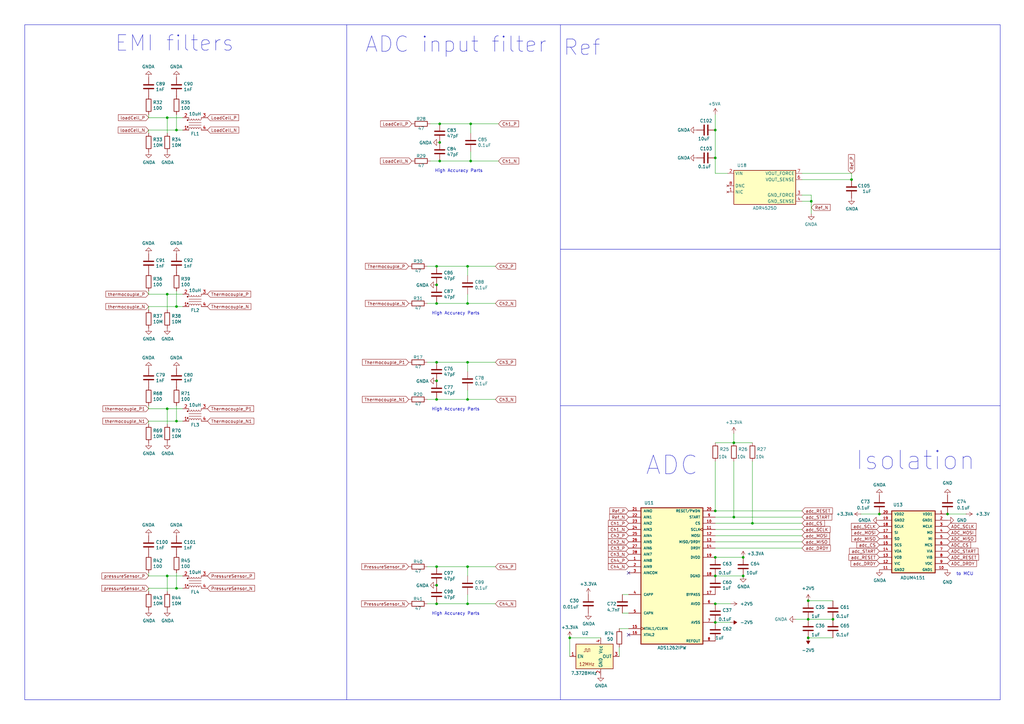
<source format=kicad_sch>
(kicad_sch (version 20250114) (generator "eeschema") (generator_version "9.0")
  (paper "A3")
  (title_block (title "Analog Parts") (date "2024-09-20") (rev "2.0"))
  (text "Ref" (at 230.886 23.368 0) (effects (font (size 6.35 6.35)) (justify left bottom)))
  (text "EMI filters" (at 46.99 21.59 0) (effects (font (size 6.35 6.35)) (justify left bottom)))
  (text "High Accuracy Parts" (at 177.038 129.286 0) (effects (font (size 1.27 1.27)) (justify left bottom)))
  (text "High Accuracy Parts" (at 178.308 70.866 0) (effects (font (size 1.27 1.27)) (justify left bottom)))
  (text "High Accuracy Parts" (at 177.038 168.656 0) (effects (font (size 1.27 1.27)) (justify left bottom)))
  (text "ADC" (at 275.59 191.008 0) (effects (font (size 7.62 7.62))))
  (text "Isolation" (at 375.412 188.976 0) (effects (font (size 7.62 7.62))))
  (text "ADC input filter" (at 149.606 22.098 0) (effects (font (size 6.35 6.35)) (justify left bottom)))
  (text "to MCU" (at 395.732 235.458 0) (effects (font (size 1.27 1.27))))
  (text "High Accuracy Parts" (at 177.038 252.476 0) (effects (font (size 1.27 1.27)) (justify left bottom)))
  (junction (at 300.99 181.61))
  (junction (at 331.47 261.62))
  (junction (at 191.77 124.46))
  (junction (at 68.58 48.26))
  (junction (at 179.07 116.84))
  (junction (at 331.47 254))
  (junction (at 191.77 247.65))
  (junction (at 332.74 82.55))
  (junction (at 68.58 236.22))
  (junction (at 72.39 172.72))
  (junction (at 304.8 228.6))
  (junction (at 191.77 232.41))
  (junction (at 293.37 53.34))
  (junction (at 191.77 163.83))
  (junction (at 179.07 240.03))
  (junction (at 293.37 64.77))
  (junction (at 179.07 232.41))
  (junction (at 72.39 125.73))
  (junction (at 180.34 66.04))
  (junction (at 179.07 148.59))
  (junction (at 68.58 167.64))
  (junction (at 293.37 228.6))
  (junction (at 191.77 109.22))
  (junction (at 308.61 214.63))
  (junction (at 233.68 261.62))
  (junction (at 293.37 255.27))
  (junction (at 193.04 66.04))
  (junction (at 293.37 247.65))
  (junction (at 72.39 53.34))
  (junction (at 180.34 58.42))
  (junction (at 179.07 156.21))
  (junction (at 179.07 163.83))
  (junction (at 72.39 241.3))
  (junction (at 388.62 210.82))
  (junction (at 349.25 73.66))
  (junction (at 179.07 247.65))
  (junction (at 331.47 246.38))
  (junction (at 360.68 210.82))
  (junction (at 191.77 148.59))
  (junction (at 179.07 109.22))
  (junction (at 304.8 236.22))
  (junction (at 341.63 254))
  (junction (at 179.07 124.46))
  (junction (at 293.37 236.22))
  (junction (at 193.04 50.8))
  (junction (at 68.58 120.65))
  (junction (at 293.37 209.55))
  (junction (at 180.34 50.8))
  (junction (at 300.99 212.09))
  (no_connect (at 257.81 260.35))
  (no_connect (at 257.81 234.95))
  (wire (pts (xy 60.96 46.99) (xy 60.96 48.26)))
  (wire (pts (xy 193.04 66.04) (xy 204.47 66.04)))
  (wire (pts (xy 176.53 50.8) (xy 180.34 50.8)))
  (wire (pts (xy 60.96 125.73) (xy 72.39 125.73)))
  (wire (pts (xy 349.25 73.66) (xy 349.25 71.12)))
  (wire (pts (xy 331.47 261.62) (xy 341.63 261.62)))
  (wire (pts (xy 72.39 166.37) (xy 72.39 172.72)))
  (wire (pts (xy 293.37 53.34) (xy 293.37 64.77)))
  (wire (pts (xy 180.34 66.04) (xy 193.04 66.04)))
  (wire (pts (xy 300.99 189.23) (xy 300.99 212.09)))
  (wire (pts (xy 179.07 124.46) (xy 191.77 124.46)))
  (wire (pts (xy 60.96 166.37) (xy 60.96 167.64)))
  (wire (pts (xy 299.72 247.65) (xy 293.37 247.65)))
  (wire (pts (xy 293.37 219.71) (xy 328.93 219.71)))
  (wire (pts (xy 60.96 234.95) (xy 60.96 236.22)))
  (wire (pts (xy 332.74 80.01) (xy 332.74 82.55)))
  (wire (pts (xy 175.26 109.22) (xy 179.07 109.22)))
  (wire (pts (xy 179.07 109.22) (xy 191.77 109.22)))
  (wire (pts (xy 193.04 66.04) (xy 193.04 62.23)))
  (polyline (pts (xy 10.16 10.16) (xy 10.16 287.02)))
  (wire (pts (xy 191.77 232.41) (xy 203.2 232.41)))
  (wire (pts (xy 191.77 109.22) (xy 203.2 109.22)))
  (polyline (pts (xy 410.21 10.16) (xy 410.21 287.02)))
  (wire (pts (xy 60.96 173.99) (xy 60.96 172.72)))
  (wire (pts (xy 191.77 247.65) (xy 203.2 247.65)))
  (wire (pts (xy 179.07 148.59) (xy 191.77 148.59)))
  (wire (pts (xy 179.07 163.83) (xy 191.77 163.83)))
  (polyline (pts (xy 10.16 10.16) (xy 410.21 10.16)))
  (wire (pts (xy 293.37 212.09) (xy 300.99 212.09)))
  (wire (pts (xy 175.26 124.46) (xy 179.07 124.46)))
  (polyline (pts (xy 229.87 166.37) (xy 410.21 166.37)))
  (wire (pts (xy 74.93 236.22) (xy 68.58 236.22)))
  (wire (pts (xy 191.77 232.41) (xy 191.77 236.22)))
  (wire (pts (xy 68.58 127) (xy 68.58 120.65)))
  (wire (pts (xy 60.96 119.38) (xy 60.96 120.65)))
  (wire (pts (xy 72.39 234.95) (xy 72.39 241.3)))
  (wire (pts (xy 60.96 241.3) (xy 72.39 241.3)))
  (wire (pts (xy 293.37 214.63) (xy 308.61 214.63)))
  (wire (pts (xy 328.93 80.01) (xy 332.74 80.01)))
  (wire (pts (xy 308.61 189.23) (xy 308.61 214.63)))
  (wire (pts (xy 176.53 66.04) (xy 180.34 66.04)))
  (wire (pts (xy 191.77 247.65) (xy 191.77 243.84)))
  (wire (pts (xy 191.77 163.83) (xy 191.77 160.02)))
  (wire (pts (xy 293.37 189.23) (xy 293.37 209.55)))
  (wire (pts (xy 175.26 232.41) (xy 179.07 232.41)))
  (wire (pts (xy 60.96 172.72) (xy 72.39 172.72)))
  (wire (pts (xy 353.06 210.82) (xy 360.68 210.82)))
  (polyline (pts (xy 410.21 287.02) (xy 10.16 287.02)))
  (wire (pts (xy 191.77 163.83) (xy 203.2 163.83)))
  (wire (pts (xy 293.37 46.99) (xy 293.37 53.34)))
  (wire (pts (xy 60.96 120.65) (xy 68.58 120.65)))
  (wire (pts (xy 72.39 125.73) (xy 74.93 125.73)))
  (wire (pts (xy 233.68 261.62) (xy 246.38 261.62)))
  (wire (pts (xy 308.61 214.63) (xy 328.93 214.63)))
  (wire (pts (xy 193.04 50.8) (xy 204.47 50.8)))
  (wire (pts (xy 299.72 255.27) (xy 293.37 255.27)))
  (wire (pts (xy 326.39 254) (xy 331.47 254)))
  (wire (pts (xy 60.96 167.64) (xy 68.58 167.64)))
  (wire (pts (xy 255.27 243.84) (xy 257.81 243.84)))
  (wire (pts (xy 191.77 148.59) (xy 191.77 152.4)))
  (wire (pts (xy 72.39 46.99) (xy 72.39 53.34)))
  (wire (pts (xy 180.34 50.8) (xy 193.04 50.8)))
  (wire (pts (xy 175.26 247.65) (xy 179.07 247.65)))
  (wire (pts (xy 300.99 212.09) (xy 328.93 212.09)))
  (wire (pts (xy 233.68 269.24) (xy 233.68 261.62)))
  (wire (pts (xy 293.37 236.22) (xy 304.8 236.22)))
  (wire (pts (xy 193.04 50.8) (xy 193.04 54.61)))
  (wire (pts (xy 331.47 254) (xy 341.63 254)))
  (wire (pts (xy 60.96 236.22) (xy 68.58 236.22)))
  (wire (pts (xy 68.58 54.61) (xy 68.58 48.26)))
  (wire (pts (xy 60.96 48.26) (xy 68.58 48.26)))
  (polyline (pts (xy 229.87 10.16) (xy 229.87 287.02)))
  (wire (pts (xy 191.77 124.46) (xy 191.77 120.65)))
  (wire (pts (xy 254 257.81) (xy 257.81 257.81)))
  (wire (pts (xy 74.93 167.64) (xy 68.58 167.64)))
  (wire (pts (xy 328.93 222.25) (xy 293.37 222.25)))
  (wire (pts (xy 300.99 181.61) (xy 308.61 181.61)))
  (wire (pts (xy 60.96 54.61) (xy 60.96 53.34)))
  (wire (pts (xy 332.74 82.55) (xy 332.74 87.63)))
  (wire (pts (xy 328.93 71.12) (xy 349.25 71.12)))
  (wire (pts (xy 175.26 163.83) (xy 179.07 163.83)))
  (wire (pts (xy 328.93 73.66) (xy 349.25 73.66)))
  (wire (pts (xy 293.37 71.12) (xy 298.45 71.12)))
  (wire (pts (xy 60.96 53.34) (xy 72.39 53.34)))
  (wire (pts (xy 293.37 228.6) (xy 304.8 228.6)))
  (wire (pts (xy 332.74 82.55) (xy 328.93 82.55)))
  (wire (pts (xy 175.26 148.59) (xy 179.07 148.59)))
  (wire (pts (xy 72.39 241.3) (xy 74.93 241.3)))
  (wire (pts (xy 179.07 232.41) (xy 191.77 232.41)))
  (wire (pts (xy 293.37 209.55) (xy 328.93 209.55)))
  (wire (pts (xy 60.96 127) (xy 60.96 125.73)))
  (wire (pts (xy 179.07 247.65) (xy 191.77 247.65)))
  (wire (pts (xy 293.37 181.61) (xy 300.99 181.61)))
  (wire (pts (xy 191.77 124.46) (xy 203.2 124.46)))
  (wire (pts (xy 328.93 224.79) (xy 293.37 224.79)))
  (wire (pts (xy 68.58 242.57) (xy 68.58 236.22)))
  (wire (pts (xy 255.27 251.46) (xy 257.81 251.46)))
  (wire (pts (xy 74.93 48.26) (xy 68.58 48.26)))
  (wire (pts (xy 60.96 242.57) (xy 60.96 241.3)))
  (wire (pts (xy 293.37 64.77) (xy 293.37 71.12)))
  (wire (pts (xy 191.77 109.22) (xy 191.77 113.03)))
  (wire (pts (xy 72.39 53.34) (xy 74.93 53.34)))
  (wire (pts (xy 328.93 217.17) (xy 293.37 217.17)))
  (wire (pts (xy 254 269.24) (xy 254 265.43)))
  (wire (pts (xy 388.62 210.82) (xy 396.24 210.82)))
  (wire (pts (xy 72.39 119.38) (xy 72.39 125.73)))
  (wire (pts (xy 68.58 173.99) (xy 68.58 167.64)))
  (wire (pts (xy 331.47 246.38) (xy 341.63 246.38)))
  (wire (pts (xy 191.77 148.59) (xy 203.2 148.59)))
  (wire (pts (xy 300.99 177.8) (xy 300.99 181.61)))
  (polyline (pts (xy 142.24 10.16) (xy 142.24 287.02)))
  (wire (pts (xy 72.39 172.72) (xy 74.93 172.72)))
  (polyline (pts (xy 229.87 102.235) (xy 410.21 102.235)))
  (wire (pts (xy 74.93 120.65) (xy 68.58 120.65)))
  (global_label "Ch4_P" (shape input) (at 203.2 232.41 0) (property "Intersheetrefs" "${INTERSHEET_REFS}" (effects (hide yes))))
  (global_label "ADC_DRDY" (shape input) (at 388.62 231.14 0) (property "Intersheetrefs" "${INTERSHEET_REFS}" (effects (hide yes))))
  (global_label "Ch3_N" (shape input) (at 203.2 163.83 0) (property "Intersheetrefs" "${INTERSHEET_REFS}" (effects (hide yes))))
  (global_label "Thermocouple_P" (shape input) (at 85.09 120.65 0) (property "Intersheetrefs" "${INTERSHEET_REFS}" (effects (hide yes))))
  (global_label "Thermocouple_N" (shape input) (at 85.09 125.73 0) (property "Intersheetrefs" "${INTERSHEET_REFS}" (effects (hide yes))))
  (global_label "adc_RESET" (shape input) (at 328.93 209.55 0) (property "Intersheetrefs" "${INTERSHEET_REFS}" (effects (hide yes))))
  (global_label "Thermocouple_N1" (shape input) (at 85.09 172.72 0) (property "Intersheetrefs" "${INTERSHEET_REFS}" (effects (hide yes))))
  (global_label "LoadCell_N" (shape input) (at 85.09 53.34 0) (property "Intersheetrefs" "${INTERSHEET_REFS}" (effects (hide yes))))
  (global_label "ADC_START" (shape input) (at 388.62 226.06 0) (property "Intersheetrefs" "${INTERSHEET_REFS}" (effects (hide yes))))
  (global_label "Ch3_N" (shape input) (at 257.81 227.33 180) (property "Intersheetrefs" "${INTERSHEET_REFS}" (effects (hide yes))))
  (global_label "PressureSensor_P" (shape input) (at 85.09 236.22 0) (property "Intersheetrefs" "${INTERSHEET_REFS}" (effects (hide yes))))
  (global_label "ADC_MISO" (shape input) (at 388.62 220.98 0) (property "Intersheetrefs" "${INTERSHEET_REFS}" (effects (hide yes))))
  (global_label "PressureSensor_N" (shape input) (at 85.09 241.3 0) (property "Intersheetrefs" "${INTERSHEET_REFS}" (effects (hide yes))))
  (global_label "adc_DRDY" (shape input) (at 328.93 224.79 0) (property "Intersheetrefs" "${INTERSHEET_REFS}" (effects (hide yes))))
  (global_label "ADC_RESET" (shape input) (at 388.62 228.6 0) (property "Intersheetrefs" "${INTERSHEET_REFS}" (effects (hide yes))))
  (global_label "Ch4_P" (shape input) (at 257.81 229.87 180) (property "Intersheetrefs" "${INTERSHEET_REFS}" (effects (hide yes))))
  (global_label "adc_SCLK" (shape input) (at 328.93 217.17 0) (property "Intersheetrefs" "${INTERSHEET_REFS}" (effects (hide yes))))
  (global_label "Ref_N" (shape input) (at 257.81 212.09 180) (property "Intersheetrefs" "${INTERSHEET_REFS}" (effects (hide yes))))
  (global_label "adc_MOSI" (shape input) (at 360.68 218.44 180) (property "Intersheetrefs" "${INTERSHEET_REFS}" (effects (hide yes))))
  (global_label "LoadCell_N" (shape input) (at 168.91 66.04 180) (property "Intersheetrefs" "${INTERSHEET_REFS}" (effects (hide yes))))
  (global_label "adc_DRDY" (shape input) (at 360.68 231.14 180) (property "Intersheetrefs" "${INTERSHEET_REFS}" (effects (hide yes))))
  (global_label "pressureSensor_N" (shape input) (at 60.96 241.3 180) (property "Intersheetrefs" "${INTERSHEET_REFS}" (effects (hide yes))))
  (global_label "Ref_N" (shape input) (at 332.74 85.09 0) (property "Intersheetrefs" "${INTERSHEET_REFS}" (effects (hide yes))))
  (global_label "adc_START" (shape input) (at 360.68 226.06 180) (property "Intersheetrefs" "${INTERSHEET_REFS}" (effects (hide yes))))
  (global_label "PressureSensor_N" (shape input) (at 167.64 247.65 180) (property "Intersheetrefs" "${INTERSHEET_REFS}" (effects (hide yes))))
  (global_label "Thermocouple_P" (shape input) (at 167.64 109.22 180) (property "Intersheetrefs" "${INTERSHEET_REFS}" (effects (hide yes))))
  (global_label "thermocouple_P1" (shape input) (at 60.96 167.64 180) (property "Intersheetrefs" "${INTERSHEET_REFS}" (effects (hide yes))))
  (global_label "Ch3_P" (shape input) (at 203.2 148.59 0) (property "Intersheetrefs" "${INTERSHEET_REFS}" (effects (hide yes))))
  (global_label "Ch2_N" (shape input) (at 203.2 124.46 0) (property "Intersheetrefs" "${INTERSHEET_REFS}" (effects (hide yes))))
  (global_label "thermocouple_N" (shape input) (at 60.96 125.73 180) (property "Intersheetrefs" "${INTERSHEET_REFS}" (effects (hide yes))))
  (global_label "adc_SCLK" (shape input) (at 360.68 215.9 180) (property "Intersheetrefs" "${INTERSHEET_REFS}" (effects (hide yes))))
  (global_label "Thermocouple_P1" (shape input) (at 167.64 148.59 180) (property "Intersheetrefs" "${INTERSHEET_REFS}" (effects (hide yes))))
  (global_label "adc_MOSI" (shape input) (at 328.93 219.71 0) (property "Intersheetrefs" "${INTERSHEET_REFS}" (effects (hide yes))))
  (global_label "Thermocouple_N" (shape input) (at 167.64 124.46 180) (property "Intersheetrefs" "${INTERSHEET_REFS}" (effects (hide yes))))
  (global_label "Ch1_P" (shape input) (at 204.47 50.8 0) (property "Intersheetrefs" "${INTERSHEET_REFS}" (effects (hide yes))))
  (global_label "Ch1_P" (shape input) (at 257.81 214.63 180) (property "Intersheetrefs" "${INTERSHEET_REFS}" (effects (hide yes))))
  (global_label "Ch3_P" (shape input) (at 257.81 224.79 180) (property "Intersheetrefs" "${INTERSHEET_REFS}" (effects (hide yes))))
  (global_label "Ch1_N" (shape input) (at 204.47 66.04 0) (property "Intersheetrefs" "${INTERSHEET_REFS}" (effects (hide yes))))
  (global_label "adc_START" (shape input) (at 328.93 212.09 0) (property "Intersheetrefs" "${INTERSHEET_REFS}" (effects (hide yes))))
  (global_label "adc_RESET" (shape input) (at 360.68 228.6 180) (property "Intersheetrefs" "${INTERSHEET_REFS}" (effects (hide yes))))
  (global_label "thermocouple_N1" (shape input) (at 60.96 172.72 180) (property "Intersheetrefs" "${INTERSHEET_REFS}" (effects (hide yes))))
  (global_label "PressureSensor_P" (shape input) (at 167.64 232.41 180) (property "Intersheetrefs" "${INTERSHEET_REFS}" (effects (hide yes))))
  (global_label "Ref_P" (shape input) (at 257.81 209.55 180) (property "Intersheetrefs" "${INTERSHEET_REFS}" (effects (hide yes))))
  (global_label "Ch4_N" (shape input) (at 257.81 232.41 180) (property "Intersheetrefs" "${INTERSHEET_REFS}" (effects (hide yes))))
  (global_label "loadCell_P" (shape input) (at 60.96 48.26 180) (property "Intersheetrefs" "${INTERSHEET_REFS}" (effects (hide yes))))
  (global_label "adc_CS" (shape input) (at 328.93 214.63 0) (property "Intersheetrefs" "${INTERSHEET_REFS}" (effects (hide yes))))
  (global_label "LoadCell_P" (shape input) (at 168.91 50.8 180) (property "Intersheetrefs" "${INTERSHEET_REFS}" (effects (hide yes))))
  (global_label "pressureSensor_P" (shape input) (at 60.96 236.22 180) (property "Intersheetrefs" "${INTERSHEET_REFS}" (effects (hide yes))))
  (global_label "LoadCell_P" (shape input) (at 85.09 48.26 0) (property "Intersheetrefs" "${INTERSHEET_REFS}" (effects (hide yes))))
  (global_label "loadCell_N" (shape input) (at 60.96 53.34 180) (property "Intersheetrefs" "${INTERSHEET_REFS}" (effects (hide yes))))
  (global_label "Ch2_N" (shape input) (at 257.81 222.25 180) (property "Intersheetrefs" "${INTERSHEET_REFS}" (effects (hide yes))))
  (global_label "Ch2_P" (shape input) (at 203.2 109.22 0) (property "Intersheetrefs" "${INTERSHEET_REFS}" (effects (hide yes))))
  (global_label "thermocouple_P" (shape input) (at 60.96 120.65 180) (property "Intersheetrefs" "${INTERSHEET_REFS}" (effects (hide yes))))
  (global_label "Thermocouple_P1" (shape input) (at 85.09 167.64 0) (property "Intersheetrefs" "${INTERSHEET_REFS}" (effects (hide yes))))
  (global_label "Ref_P" (shape input) (at 349.25 71.12 90) (property "Intersheetrefs" "${INTERSHEET_REFS}" (effects (hide yes))))
  (global_label "Thermocouple_N1" (shape input) (at 167.64 163.83 180) (property "Intersheetrefs" "${INTERSHEET_REFS}" (effects (hide yes))))
  (global_label "ADC_CS" (shape input) (at 388.62 223.52 0) (property "Intersheetrefs" "${INTERSHEET_REFS}" (effects (hide yes))))
  (global_label "ADC_SCLK" (shape input) (at 388.62 215.9 0) (property "Intersheetrefs" "${INTERSHEET_REFS}" (effects (hide yes))))
  (global_label "Ch2_P" (shape input) (at 257.81 219.71 180) (property "Intersheetrefs" "${INTERSHEET_REFS}" (effects (hide yes))))
  (global_label "Ch1_N" (shape input) (at 257.81 217.17 180) (property "Intersheetrefs" "${INTERSHEET_REFS}" (effects (hide yes))))
  (global_label "adc_MISO" (shape input) (at 328.93 222.25 0) (property "Intersheetrefs" "${INTERSHEET_REFS}" (effects (hide yes))))
  (global_label "adc_MISO" (shape input) (at 360.68 220.98 180) (property "Intersheetrefs" "${INTERSHEET_REFS}" (effects (hide yes))))
  (global_label "adc_CS" (shape input) (at 360.68 223.52 180) (property "Intersheetrefs" "${INTERSHEET_REFS}" (effects (hide yes))))
  (global_label "ADC_MOSI" (shape input) (at 388.62 218.44 0) (property "Intersheetrefs" "${INTERSHEET_REFS}" (effects (hide yes))))
  (global_label "Ch4_N" (shape input) (at 203.2 247.65 0) (property "Intersheetrefs" "${INTERSHEET_REFS}" (effects (hide yes))))
  (symbol (lib_id "power:GNDA") (at 179.07 116.84 270) (unit 1)
    (property "Reference" "#PWR0149" (effects (hide yes)))
    (property "Value" "GNDA" (at 175.8442 116.967 90) (effects (justify right)))
    (instances (project "Solid Rocket Motor Test Station" (path "" (reference "#PWR0149") (unit 1))) (project "MCU" (path "" (reference "#PWR?") (unit 1))))
  )
  (symbol (lib_id "Device:R") (at 293.37 185.42 0) (unit 1)
    (property "Reference" "R25" (at 295.148 184.2516 0) (effects (justify left)))
    (property "Value" "10k" (at 294.64 187.325 0) (effects (justify left)))
    (property "Footprint" "Resistor_SMD:R_0603_1608Metric" (effects (hide yes)))
    (instances (project "Solid Rocket Motor Test Station" (path "" (reference "R25") (unit 1))) (project "MCU" (path "" (reference "R?") (unit 1))))
  )
  (symbol (lib_id "power:GNDA") (at 285.75 53.34 270) (mirror x) (unit 1)
    (property "Reference" "#PWR0175" (effects (hide yes)))
    (property "Value" "GNDA" (at 280.416 53.34 90))
    (instances (project "Solid Rocket Motor Test Station" (path "" (reference "#PWR0175") (unit 1))) (project "MCU" (path "" (reference "#PWR?") (unit 1))))
  )
  (symbol (lib_id "Device:R") (at 72.39 115.57 0) (unit 1)
    (property "Reference" "R39" (at 74.168 114.4016 0) (effects (justify left)))
    (property "Value" "100" (at 74.168 116.713 0) (effects (justify left)))
    (property "Footprint" "Resistor_SMD:R_0402_1005Metric" (effects (hide yes)))
    (instances (project "Solid Rocket Motor Test Station" (path "" (reference "R39") (unit 1))) (project "MCU" (path "" (reference "R?") (unit 1))))
  )
  (symbol (lib_id "power:GNDA") (at 246.38 276.86 0) (unit 1)
    (property "Reference" "#PWR075" (effects (hide yes)))
    (property "Value" "GNDA" (at 246.507 281.2542 0))
    (instances (project "Solid Rocket Motor Test Station" (path "" (reference "#PWR075") (unit 1))) (project "MCU" (path "" (reference "#PWR?") (unit 1))))
  )
  (symbol (lib_id "power:GNDA") (at 326.39 254 270) (unit 1)
    (property "Reference" "#PWR095" (effects (hide yes)))
    (property "Value" "GNDA" (at 320.294 254 90))
    (instances (project "Solid Rocket Motor Test Station ver 2.0" (path "" (reference "#PWR095") (unit 1))) (project "MCU" (path "" (reference "#PWR?") (unit 1))))
  )
  (symbol (lib_id "Device:C") (at 191.77 116.84 0) (unit 1)
    (property "Reference" "C88" (at 194.691 115.6716 0) (effects (justify left)))
    (property "Value" "0.1uF" (at 194.691 117.983 0) (effects (justify left)))
    (property "Footprint" "Capacitor_SMD:C_1206_3216Metric" (effects (hide yes)))
    (instances (project "Solid Rocket Motor Test Station" (path "" (reference "C88") (unit 1))) (project "MCU" (path "" (reference "C?") (unit 1))))
  )
  (symbol (lib_id "Device:C") (at 191.77 156.21 0) (unit 1)
    (property "Reference" "C78" (at 194.691 155.0416 0) (effects (justify left)))
    (property "Value" "0.1uF" (at 194.691 157.353 0) (effects (justify left)))
    (property "Footprint" "Capacitor_SMD:C_1206_3216Metric" (effects (hide yes)))
    (instances (project "Solid Rocket Motor Test Station" (path "" (reference "C78") (unit 1))) (project "MCU" (path "" (reference "C?") (unit 1))))
  )
  (symbol (lib_id "ADUM4151:ADUM4151") (at 373.38 233.68 0) (mirror y) (unit 1)
    (property "Reference" "U13" (at 368.3 207.01 0))
    (property "Value" "ADUM4151" (at 374.396 236.982 0))
    (property "Footprint" "Package_SO:SOIC-20W_7.5x12.8mm_P1.27mm" (effects (hide yes)))
    (instances (project "" (path "" (reference "U13") (unit 1))) (project "MCU" (path "" (reference "U?") (unit 1))))
  )
  (symbol (lib_id "Device:R") (at 68.58 177.8 0) (unit 1)
    (property "Reference" "R70" (at 70.358 176.6316 0) (effects (justify left)))
    (property "Value" "10M" (at 70.358 178.943 0) (effects (justify left)))
    (property "Footprint" "Resistor_SMD:R_1206_3216Metric" (effects (hide yes)))
    (instances (project "Solid Rocket Motor Test Station" (path "" (reference "R70") (unit 1))) (project "MCU" (path "" (reference "R?") (unit 1))))
  )
  (symbol (lib_id "power:GNDA") (at 304.8 236.22 0) (unit 1)
    (property "Reference" "#PWR0123" (effects (hide yes)))
    (property "Value" "GNDA" (at 304.927 240.6142 0))
    (instances (project "Solid Rocket Motor Test Station" (path "" (reference "#PWR0123") (unit 1))) (project "MCU" (path "" (reference "#PWR?") (unit 1))))
  )
  (symbol (lib_id "power:GNDA") (at 285.75 64.77 270) (mirror x) (unit 1)
    (property "Reference" "#PWR0174" (effects (hide yes)))
    (property "Value" "GNDA" (at 280.416 64.77 90))
    (instances (project "Solid Rocket Motor Test Station" (path "" (reference "#PWR0174") (unit 1))) (project "MCU" (path "" (reference "#PWR?") (unit 1))))
  )
  (symbol (lib_id "Device:C") (at 60.96 154.94 0) (unit 1)
    (property "Reference" "C79" (at 63.881 153.7716 0) (effects (justify left)))
    (property "Value" "1nF" (at 63.881 156.083 0) (effects (justify left)))
    (property "Footprint" "Capacitor_SMD:C_0805_2012Metric" (effects (hide yes)))
    (instances (project "Solid Rocket Motor Test Station" (path "" (reference "C79") (unit 1))) (project "MCU" (path "" (reference "C?") (unit 1))))
  )
  (symbol (lib_id "Device:Filter_EMI_LL_1423") (at 80.01 50.8 0) (unit 1)
    (property "Reference" "FL1" (at 80.01 54.864 0))
    (property "Value" "10uH" (at 80.01 46.736 0))
    (property "Footprint" "Inductor_SMD:L_CommonModeChoke_TDK_ACM2520-2P" (effects (hide yes)))
    (property "Description" "EMI 2-inductor filter, pin-connections 1-4 and 2-3" (effects (hide yes)))
    (instances (project "" (path "" (reference "FL1") (unit 1))) (project "MCU" (path "" (reference "FL?") (unit 1))))
  )
  (symbol (lib_id "power:GNDA") (at 72.39 219.71 180) (unit 1)
    (property "Reference" "#PWR0169" (effects (hide yes)))
    (property "Value" "GNDA" (at 72.263 215.3158 0))
    (instances (project "Solid Rocket Motor Test Station" (path "" (reference "#PWR0169") (unit 1))) (project "MCU" (path "" (reference "#PWR?") (unit 1))))
  )
  (symbol (lib_id "Device:C") (at 289.56 53.34 270) (mirror x) (unit 1)
    (property "Reference" "C102" (at 287.02 49.53 90) (effects (justify left)))
    (property "Value" "10uF" (at 286.258 56.896 90) (effects (justify left)))
    (property "Footprint" "Capacitor_SMD:C_1210_3225Metric" (effects (hide yes)))
    (instances (project "Solid Rocket Motor Test Station" (path "" (reference "C102") (unit 1))) (project "MCU" (path "" (reference "C?") (unit 1))))
  )
  (symbol (lib_id "Device:C") (at 360.68 207.01 0) (unit 1)
    (property "Reference" "C73" (at 356.87 205.7399 0) (effects (justify right)))
    (property "Value" "0.1uF" (at 356.87 208.2799 0) (effects (justify right)))
    (property "Footprint" "Capacitor_SMD:C_0805_2012Metric" (effects (hide yes)))
    (property "Description" "Unpolarized capacitor" (effects (hide yes)))
    (instances (project "" (path "" (reference "C73") (unit 1))) (project "MCU" (path "" (reference "C?") (unit 1))))
  )
  (symbol (lib_name "GND_1") (lib_id "power:GND") (at 388.62 233.68 0) (unit 1)
    (property "Reference" "#PWR0133" (effects (hide yes)))
    (property "Value" "GND" (at 388.62 238.76 0))
    (property "Description" "Power symbol creates a global label with name \"GND\" , ground" (effects (hide yes)))
    (instances (project "Solid Rocket Motor Test Station" (path "" (reference "#PWR0133") (unit 1))) (project "MCU" (path "" (reference "#PWR?") (unit 1))))
  )
  (symbol (lib_id "power:+2V5") (at 299.72 247.65 270) (unit 1)
    (property "Reference" "#PWR091" (effects (hide yes)))
    (property "Value" "+2V5" (at 303.53 247.6499 90) (effects (justify left)))
    (property "Description" "Power symbol creates a global label with name \"+2V5\"" (effects (hide yes)))
    (instances (project "" (path "" (reference "#PWR091") (unit 1))) (project "MCU" (path "" (reference "#PWR?") (unit 1))))
  )
  (symbol (lib_id "Device:C") (at 293.37 259.08 0) (unit 1)
    (property "Reference" "C62" (at 296.291 257.9116 0) (effects (justify left)))
    (property "Value" "1uF" (at 293.37 261.62 0) (effects (justify left)))
    (property "Footprint" "Capacitor_SMD:C_0805_2012Metric" (effects (hide yes)))
    (instances (project "Solid Rocket Motor Test Station" (path "" (reference "C62") (unit 1))) (project "MCU" (path "" (reference "C?") (unit 1))))
  )
  (symbol (lib_id "Device:R") (at 172.72 50.8 270) (unit 1)
    (property "Reference" "R28" (at 172.72 48.768 90))
    (property "Value" "47" (at 172.72 52.705 90))
    (property "Footprint" "Resistor_SMD:R_0805_2012Metric" (effects (hide yes)))
    (instances (project "Solid Rocket Motor Test Station" (path "" (reference "R28") (unit 1))) (project "MCU" (path "" (reference "R?") (unit 1))))
  )
  (symbol (lib_id "power:GNDA") (at 68.58 250.19 0) (unit 1)
    (property "Reference" "#PWR0168" (effects (hide yes)))
    (property "Value" "GNDA" (at 68.707 254.5842 0))
    (instances (project "Solid Rocket Motor Test Station" (path "" (reference "#PWR0168") (unit 1))) (project "MCU" (path "" (reference "#PWR?") (unit 1))))
  )
  (symbol (lib_id "power:GNDA") (at 72.39 151.13 180) (unit 1)
    (property "Reference" "#PWR0202" (effects (hide yes)))
    (property "Value" "GNDA" (at 72.263 146.7358 0))
    (instances (project "Solid Rocket Motor Test Station" (path "" (reference "#PWR0202") (unit 1))) (project "MCU" (path "" (reference "#PWR?") (unit 1))))
  )
  (symbol (lib_id "power:GNDA") (at 241.3 251.46 0) (unit 1)
    (property "Reference" "#PWR074" (effects (hide yes)))
    (property "Value" "GNDA" (at 241.427 255.8542 0))
    (instances (project "Solid Rocket Motor Test Station" (path "" (reference "#PWR074") (unit 1))) (project "MCU" (path "" (reference "#PWR?") (unit 1))))
  )
  (symbol (lib_id "Device:R") (at 60.96 43.18 0) (unit 1)
    (property "Reference" "R32" (at 62.738 42.0116 0) (effects (justify left)))
    (property "Value" "100" (at 62.738 44.323 0) (effects (justify left)))
    (property "Footprint" "Resistor_SMD:R_0402_1005Metric" (effects (hide yes)))
    (instances (project "Solid Rocket Motor Test Station" (path "" (reference "R32") (unit 1))) (project "MCU" (path "" (reference "R?") (unit 1))))
  )
  (symbol (lib_id "Device:R") (at 171.45 148.59 270) (unit 1)
    (property "Reference" "R17" (at 171.45 146.558 90))
    (property "Value" "47" (at 171.45 150.495 90))
    (property "Footprint" "Resistor_SMD:R_0805_2012Metric" (effects (hide yes)))
    (instances (project "Solid Rocket Motor Test Station" (path "" (reference "R17") (unit 1))) (project "MCU" (path "" (reference "R?") (unit 1))))
  )
  (symbol (lib_id "Device:C") (at 331.47 257.81 0) (unit 1)
    (property "Reference" "C36" (at 334.391 256.6416 0) (effects (justify left)))
    (property "Value" "1uF" (at 332.74 260.35 0) (effects (justify left)))
    (property "Footprint" "Capacitor_SMD:C_0805_2012Metric" (effects (hide yes)))
    (instances (project "Solid Rocket Motor Test Station ver 2.0" (path "" (reference "C36") (unit 1))) (project "MCU" (path "" (reference "C?") (unit 1))))
  )
  (symbol (lib_id "Device:R") (at 68.58 130.81 0) (unit 1)
    (property "Reference" "R38" (at 70.358 129.6416 0) (effects (justify left)))
    (property "Value" "10M" (at 70.358 131.953 0) (effects (justify left)))
    (property "Footprint" "Resistor_SMD:R_1206_3216Metric" (effects (hide yes)))
    (instances (project "Solid Rocket Motor Test Station" (path "" (reference "R38") (unit 1))) (project "MCU" (path "" (reference "R?") (unit 1))))
  )
  (symbol (lib_id "Device:R") (at 171.45 124.46 270) (unit 1)
    (property "Reference" "R31" (at 171.45 122.428 90))
    (property "Value" "47" (at 171.45 126.365 90))
    (property "Footprint" "Resistor_SMD:R_0805_2012Metric" (effects (hide yes)))
    (instances (project "Solid Rocket Motor Test Station" (path "" (reference "R31") (unit 1))) (project "MCU" (path "" (reference "R?") (unit 1))))
  )
  (symbol (lib_id "power:GNDA") (at 60.96 181.61 0) (unit 1)
    (property "Reference" "#PWR0200" (effects (hide yes)))
    (property "Value" "GNDA" (at 61.087 186.0042 0))
    (instances (project "Solid Rocket Motor Test Station" (path "" (reference "#PWR0200") (unit 1))) (project "MCU" (path "" (reference "#PWR?") (unit 1))))
  )
  (symbol (lib_id "Device:R") (at 60.96 246.38 0) (unit 1)
    (property "Reference" "R43" (at 62.738 245.2116 0) (effects (justify left)))
    (property "Value" "10M" (at 62.738 247.523 0) (effects (justify left)))
    (property "Footprint" "Resistor_SMD:R_1206_3216Metric" (effects (hide yes)))
    (instances (project "Solid Rocket Motor Test Station" (path "" (reference "R43") (unit 1))) (project "MCU" (path "" (reference "R?") (unit 1))))
  )
  (symbol (lib_id "Device:C") (at 60.96 35.56 0) (unit 1)
    (property "Reference" "C89" (at 63.881 34.3916 0) (effects (justify left)))
    (property "Value" "1nF" (at 63.881 36.703 0) (effects (justify left)))
    (property "Footprint" "Capacitor_SMD:C_0805_2012Metric" (effects (hide yes)))
    (instances (project "Solid Rocket Motor Test Station" (path "" (reference "C89") (unit 1))) (project "MCU" (path "" (reference "C?") (unit 1))))
  )
  (symbol (lib_id "power:GNDA") (at 180.34 58.42 270) (unit 1)
    (property "Reference" "#PWR0148" (effects (hide yes)))
    (property "Value" "GNDA" (at 177.1142 58.547 90) (effects (justify right)))
    (instances (project "Solid Rocket Motor Test Station" (path "" (reference "#PWR0148") (unit 1))) (project "MCU" (path "" (reference "#PWR?") (unit 1))))
  )
  (symbol (lib_id "power:+3.3VA") (at 241.3 243.84 0) (unit 1)
    (property "Reference" "#PWR076" (effects (hide yes)))
    (property "Value" "+3.3VA" (at 241.3 239.522 0))
    (property "Description" "Power symbol creates a global label with name \"+3.3VA\"" (effects (hide yes)))
    (instances (project "Solid Rocket Motor Test Station" (path "" (reference "#PWR076") (unit 1))) (project "MCU" (path "" (reference "#PWR?") (unit 1))))
  )
  (symbol (lib_id "Device:R") (at 171.45 109.22 270) (unit 1)
    (property "Reference" "R30" (at 171.45 107.188 90))
    (property "Value" "47" (at 171.45 111.125 90))
    (property "Footprint" "Resistor_SMD:R_0805_2012Metric" (effects (hide yes)))
    (instances (project "Solid Rocket Motor Test Station" (path "" (reference "R30") (unit 1))) (project "MCU" (path "" (reference "R?") (unit 1))))
  )
  (symbol (lib_id "power:GNDA") (at 332.74 87.63 0) (mirror y) (unit 1)
    (property "Reference" "#PWR0173" (effects (hide yes)))
    (property "Value" "GNDA" (at 332.613 92.0242 0))
    (instances (project "Solid Rocket Motor Test Station" (path "" (reference "#PWR0173") (unit 1))) (project "MCU" (path "" (reference "#PWR?") (unit 1))))
  )
  (symbol (lib_id "Device:C") (at 179.07 120.65 0) (unit 1)
    (property "Reference" "C87" (at 181.991 119.4816 0) (effects (justify left)))
    (property "Value" "47pF" (at 181.991 121.793 0) (effects (justify left)))
    (property "Footprint" "Capacitor_SMD:C_0805_2012Metric" (effects (hide yes)))
    (instances (project "Solid Rocket Motor Test Station" (path "" (reference "C87") (unit 1))) (project "MCU" (path "" (reference "C?") (unit 1))))
  )
  (symbol (lib_id "Device:C") (at 60.96 223.52 0) (unit 1)
    (property "Reference" "C100" (at 63.881 222.3516 0) (effects (justify left)))
    (property "Value" "1nF" (at 63.881 224.663 0) (effects (justify left)))
    (property "Footprint" "Capacitor_SMD:C_0805_2012Metric" (effects (hide yes)))
    (instances (project "Solid Rocket Motor Test Station" (path "" (reference "C100") (unit 1))) (project "MCU" (path "" (reference "C?") (unit 1))))
  )
  (symbol (lib_id "Device:Filter_EMI_LL_1423") (at 80.01 238.76 0) (unit 1)
    (property "Reference" "FL4" (at 80.01 242.824 0))
    (property "Value" "10uH" (at 80.01 234.696 0))
    (property "Footprint" "Inductor_SMD:L_CommonModeChoke_TDK_ACM2520-2P" (effects (hide yes)))
    (property "Description" "EMI 2-inductor filter, pin-connections 1-4 and 2-3" (effects (hide yes)))
    (instances (project "Solid Rocket Motor Test Station" (path "" (reference "FL4") (unit 1))) (project "MCU" (path "" (reference "FL?") (unit 1))))
  )
  (symbol (lib_id "Device:C") (at 255.27 247.65 0) (unit 1)
    (property "Reference" "C72" (at 248.92 247.65 0) (effects (justify left)))
    (property "Value" "4.7nF" (at 248.92 250.19 0) (effects (justify left)))
    (property "Footprint" "Capacitor_SMD:C_0805_2012Metric" (effects (hide yes)))
    (instances (project "Solid Rocket Motor Test Station" (path "" (reference "C72") (unit 1))) (project "MCU" (path "" (reference "C?") (unit 1))))
  )
  (symbol (lib_id "MY_CLK:TCXO-12MHz_3OUT") (at 243.84 269.24 0) (unit 1)
    (property "Reference" "U2" (at 240.03 259.715 0))
    (property "Value" "7.3728MHz" (at 239.522 276.098 0))
    (property "Footprint" "PCB:ASDMB-OSC" (effects (hide yes)))
    (instances (project "Solid Rocket Motor Test Station" (path "" (reference "U2") (unit 1))) (project "MCU" (path "" (reference "U?") (unit 1))))
  )
  (symbol (lib_id "Device:R") (at 68.58 58.42 0) (unit 1)
    (property "Reference" "R34" (at 70.358 57.2516 0) (effects (justify left)))
    (property "Value" "10M" (at 70.358 59.563 0) (effects (justify left)))
    (property "Footprint" "Resistor_SMD:R_1206_3216Metric" (effects (hide yes)))
    (instances (project "Solid Rocket Motor Test Station" (path "" (reference "R34") (unit 1))) (project "MCU" (path "" (reference "R?") (unit 1))))
  )
  (symbol (lib_id "Device:C") (at 289.56 64.77 270) (mirror x) (unit 1)
    (property "Reference" "C103" (at 287.02 60.96 90) (effects (justify left)))
    (property "Value" "0.1uF" (at 286.258 68.326 90) (effects (justify left)))
    (property "Footprint" "Capacitor_SMD:C_0805_2012Metric" (effects (hide yes)))
    (instances (project "Solid Rocket Motor Test Station" (path "" (reference "C103") (unit 1))) (project "MCU" (path "" (reference "C?") (unit 1))))
  )
  (symbol (lib_id "power:+3.3VA") (at 300.99 177.8 0) (unit 1)
    (property "Reference" "#PWR0127" (effects (hide yes)))
    (property "Value" "+3.3VA" (at 300.99 173.228 0))
    (property "Description" "Power symbol creates a global label with name \"+3.3VA\"" (effects (hide yes)))
    (instances (project "Solid Rocket Motor Test Station" (path "" (reference "#PWR0127") (unit 1))) (project "MCU" (path "" (reference "#PWR?") (unit 1))))
  )
  (symbol (lib_id "Device:R") (at 68.58 246.38 0) (unit 1)
    (property "Reference" "R44" (at 70.358 245.2116 0) (effects (justify left)))
    (property "Value" "10M" (at 70.358 247.523 0) (effects (justify left)))
    (property "Footprint" "Resistor_SMD:R_1206_3216Metric" (effects (hide yes)))
    (instances (project "Solid Rocket Motor Test Station" (path "" (reference "R44") (unit 1))) (project "MCU" (path "" (reference "R?") (unit 1))))
  )
  (symbol (lib_name "GND_1") (lib_id "power:GND") (at 388.62 213.36 90) (unit 1)
    (property "Reference" "#PWR0132" (effects (hide yes)))
    (property "Value" "GND" (at 392.43 213.3599 90) (effects (justify right)))
    (property "Description" "Power symbol creates a global label with name \"GND\" , ground" (effects (hide yes)))
    (instances (project "" (path "" (reference "#PWR0132") (unit 1))) (project "MCU" (path "" (reference "#PWR?") (unit 1))))
  )
  (symbol (lib_id "Device:R") (at 60.96 58.42 0) (unit 1)
    (property "Reference" "R33" (at 62.738 57.2516 0) (effects (justify left)))
    (property "Value" "10M" (at 62.738 59.563 0) (effects (justify left)))
    (property "Footprint" "Resistor_SMD:R_1206_3216Metric" (effects (hide yes)))
    (instances (project "Solid Rocket Motor Test Station" (path "" (reference "R33") (unit 1))) (project "MCU" (path "" (reference "R?") (unit 1))))
  )
  (symbol (lib_id "power:GNDA") (at 60.96 104.14 180) (unit 1)
    (property "Reference" "#PWR0155" (effects (hide yes)))
    (property "Value" "GNDA" (at 60.833 99.7458 0))
    (instances (project "Solid Rocket Motor Test Station" (path "" (reference "#PWR0155") (unit 1))) (project "MCU" (path "" (reference "#PWR?") (unit 1))))
  )
  (symbol (lib_id "Device:R") (at 60.96 130.81 0) (unit 1)
    (property "Reference" "R37" (at 62.738 129.6416 0) (effects (justify left)))
    (property "Value" "10M" (at 62.738 131.953 0) (effects (justify left)))
    (property "Footprint" "Resistor_SMD:R_1206_3216Metric" (effects (hide yes)))
    (instances (project "Solid Rocket Motor Test Station" (path "" (reference "R37") (unit 1))) (project "MCU" (path "" (reference "R?") (unit 1))))
  )
  (symbol (lib_id "Device:C") (at 179.07 160.02 0) (unit 1)
    (property "Reference" "C77" (at 181.991 158.8516 0) (effects (justify left)))
    (property "Value" "47pF" (at 181.991 161.163 0) (effects (justify left)))
    (property "Footprint" "Capacitor_SMD:C_0805_2012Metric" (effects (hide yes)))
    (instances (project "Solid Rocket Motor Test Station" (path "" (reference "C77") (unit 1))) (project "MCU" (path "" (reference "C?") (unit 1))))
  )
  (symbol (lib_id "Device:C") (at 72.39 223.52 0) (unit 1)
    (property "Reference" "C101" (at 75.311 222.3516 0) (effects (justify left)))
    (property "Value" "1nF" (at 75.311 224.663 0) (effects (justify left)))
    (property "Footprint" "Capacitor_SMD:C_0805_2012Metric" (effects (hide yes)))
    (instances (project "Solid Rocket Motor Test Station" (path "" (reference "C101") (unit 1))) (project "MCU" (path "" (reference "C?") (unit 1))))
  )
  (symbol (lib_id "Device:C") (at 179.07 113.03 0) (unit 1)
    (property "Reference" "C86" (at 181.991 111.8616 0) (effects (justify left)))
    (property "Value" "47pF" (at 181.991 114.173 0) (effects (justify left)))
    (property "Footprint" "Capacitor_SMD:C_0805_2012Metric" (effects (hide yes)))
    (instances (project "Solid Rocket Motor Test Station" (path "" (reference "C86") (unit 1))) (project "MCU" (path "" (reference "C?") (unit 1))))
  )
  (symbol (lib_id "Device:R") (at 254 261.62 0) (unit 1)
    (property "Reference" "R74" (at 247.904 259.842 0) (effects (justify left)))
    (property "Value" "50" (at 248.92 262.128 0) (effects (justify left)))
    (property "Footprint" "Resistor_SMD:R_0805_2012Metric" (effects (hide yes)))
    (property "Description" "Resistor" (effects (hide yes)))
    (instances (project "" (path "" (reference "R74") (unit 1))) (project "MCU" (path "" (reference "R?") (unit 1))))
  )
  (symbol (lib_id "Device:R") (at 72.39 162.56 0) (unit 1)
    (property "Reference" "R71" (at 74.168 161.3916 0) (effects (justify left)))
    (property "Value" "100" (at 74.168 163.703 0) (effects (justify left)))
    (property "Footprint" "Resistor_SMD:R_0402_1005Metric" (effects (hide yes)))
    (instances (project "Solid Rocket Motor Test Station" (path "" (reference "R71") (unit 1))) (project "MCU" (path "" (reference "R?") (unit 1))))
  )
  (symbol (lib_id "power:GNDA") (at 360.68 233.68 0) (unit 1)
    (property "Reference" "#PWR0130" (effects (hide yes)))
    (property "Value" "GNDA" (at 360.807 238.0742 0))
    (instances (project "Solid Rocket Motor Test Station" (path "" (reference "#PWR0130") (unit 1))) (project "MCU" (path "" (reference "#PWR?") (unit 1))))
  )
  (symbol (lib_id "Device:C") (at 72.39 35.56 0) (unit 1)
    (property "Reference" "C90" (at 75.311 34.3916 0) (effects (justify left)))
    (property "Value" "1nF" (at 75.311 36.703 0) (effects (justify left)))
    (property "Footprint" "Capacitor_SMD:C_0805_2012Metric" (effects (hide yes)))
    (instances (project "Solid Rocket Motor Test Station" (path "" (reference "C90") (unit 1))) (project "MCU" (path "" (reference "C?") (unit 1))))
  )
  (symbol (lib_id "power:+3.3VA") (at 304.8 228.6 0) (unit 1)
    (property "Reference" "#PWR0122" (effects (hide yes)))
    (property "Value" "+3.3VA" (at 309.88 227.076 0))
    (property "Description" "Power symbol creates a global label with name \"+3.3VA\"" (effects (hide yes)))
    (instances (project "" (path "" (reference "#PWR0122") (unit 1))) (project "MCU" (path "" (reference "#PWR?") (unit 1))))
  )
  (symbol (lib_id "Device:C") (at 180.34 62.23 0) (unit 1)
    (property "Reference" "C84" (at 183.261 61.0616 0) (effects (justify left)))
    (property "Value" "47pF" (at 183.261 63.373 0) (effects (justify left)))
    (property "Footprint" "Capacitor_SMD:C_0805_2012Metric" (effects (hide yes)))
    (instances (project "Solid Rocket Motor Test Station" (path "" (reference "C84") (unit 1))) (project "MCU" (path "" (reference "C?") (unit 1))))
  )
  (symbol (lib_name "GND_2") (lib_id "power:GND") (at 388.62 203.2 180) (unit 1)
    (property "Reference" "#PWR0135" (effects (hide yes)))
    (property "Value" "GND" (at 388.62 198.12 0))
    (property "Description" "Power symbol creates a global label with name \"GND\" , ground" (effects (hide yes)))
    (instances (project "" (path "" (reference "#PWR0135") (unit 1))) (project "MCU" (path "" (reference "#PWR?") (unit 1))))
  )
  (symbol (lib_id "Device:R") (at 60.96 231.14 0) (unit 1)
    (property "Reference" "R42" (at 62.738 229.9716 0) (effects (justify left)))
    (property "Value" "100" (at 62.738 232.283 0) (effects (justify left)))
    (property "Footprint" "Resistor_SMD:R_0402_1005Metric" (effects (hide yes)))
    (instances (project "Solid Rocket Motor Test Station" (path "" (reference "R42") (unit 1))) (project "MCU" (path "" (reference "R?") (unit 1))))
  )
  (symbol (lib_id "Device:C") (at 293.37 251.46 0) (unit 1)
    (property "Reference" "C37" (at 296.291 250.2916 0) (effects (justify left)))
    (property "Value" "0.1uF" (at 294.64 254 0) (effects (justify left)))
    (property "Footprint" "Capacitor_SMD:C_0805_2012Metric" (effects (hide yes)))
    (instances (project "Solid Rocket Motor Test Station ver 2.0" (path "" (reference "C37") (unit 1))) (project "MCU" (path "" (reference "C?") (unit 1))))
  )
  (symbol (lib_id "Device:C") (at 179.07 236.22 0) (unit 1)
    (property "Reference" "C97" (at 181.991 235.0516 0) (effects (justify left)))
    (property "Value" "47pF" (at 181.991 237.363 0) (effects (justify left)))
    (property "Footprint" "Capacitor_SMD:C_0805_2012Metric" (effects (hide yes)))
    (instances (project "Solid Rocket Motor Test Station" (path "" (reference "C97") (unit 1))) (project "MCU" (path "" (reference "C?") (unit 1))))
  )
  (symbol (lib_id "Device:R") (at 72.39 43.18 0) (unit 1)
    (property "Reference" "R35" (at 74.168 42.0116 0) (effects (justify left)))
    (property "Value" "100" (at 74.168 44.323 0) (effects (justify left)))
    (property "Footprint" "Resistor_SMD:R_0402_1005Metric" (effects (hide yes)))
    (instances (project "Solid Rocket Motor Test Station" (path "" (reference "R35") (unit 1))) (project "MCU" (path "" (reference "R?") (unit 1))))
  )
  (symbol (lib_id "power:-2V5") (at 331.47 261.62 180) (unit 1)
    (property "Reference" "#PWR094" (effects (hide yes)))
    (property "Value" "-2V5" (at 331.47 266.7 0))
    (property "Description" "Power symbol creates a global label with name \"-2V5\"" (effects (hide yes)))
    (instances (project "Solid Rocket Motor Test Station ver 2.0" (path "" (reference "#PWR094") (unit 1))) (project "MCU" (path "" (reference "#PWR?") (unit 1))))
  )
  (symbol (lib_id "Device:R") (at 308.61 185.42 0) (unit 1)
    (property "Reference" "R27" (at 310.388 184.2516 0) (effects (justify left)))
    (property "Value" "10k" (at 309.88 187.325 0) (effects (justify left)))
    (property "Footprint" "Resistor_SMD:R_0603_1608Metric" (effects (hide yes)))
    (instances (project "Solid Rocket Motor Test Station" (path "" (reference "R27") (unit 1))) (project "MCU" (path "" (reference "R?") (unit 1))))
  )
  (symbol (lib_id "Device:R") (at 171.45 232.41 270) (unit 1)
    (property "Reference" "R40" (at 171.45 230.378 90))
    (property "Value" "47" (at 171.45 234.315 90))
    (property "Footprint" "Resistor_SMD:R_0805_2012Metric" (effects (hide yes)))
    (instances (project "Solid Rocket Motor Test Station" (path "" (reference "R40") (unit 1))) (project "MCU" (path "" (reference "R?") (unit 1))))
  )
  (symbol (lib_id "Device:C") (at 179.07 243.84 0) (unit 1)
    (property "Reference" "C98" (at 181.991 242.6716 0) (effects (justify left)))
    (property "Value" "47pF" (at 181.991 244.983 0) (effects (justify left)))
    (property "Footprint" "Capacitor_SMD:C_0805_2012Metric" (effects (hide yes)))
    (instances (project "Solid Rocket Motor Test Station" (path "" (reference "C98") (unit 1))) (project "MCU" (path "" (reference "C?") (unit 1))))
  )
  (symbol (lib_id "Device:C") (at 331.47 250.19 0) (unit 1)
    (property "Reference" "C35" (at 334.391 249.0216 0) (effects (justify left)))
    (property "Value" "1uF" (at 332.74 252.73 0) (effects (justify left)))
    (property "Footprint" "Capacitor_SMD:C_0805_2012Metric" (effects (hide yes)))
    (instances (project "Solid Rocket Motor Test Station ver 2.0" (path "" (reference "C35") (unit 1))) (project "MCU" (path "" (reference "C?") (unit 1))))
  )
  (symbol (lib_id "Device:R") (at 171.45 247.65 270) (unit 1)
    (property "Reference" "R41" (at 171.45 245.618 90))
    (property "Value" "47" (at 171.45 249.555 90))
    (property "Footprint" "Resistor_SMD:R_0805_2012Metric" (effects (hide yes)))
    (instances (project "Solid Rocket Motor Test Station" (path "" (reference "R41") (unit 1))) (project "MCU" (path "" (reference "R?") (unit 1))))
  )
  (symbol (lib_id "Device:C") (at 304.8 232.41 0) (unit 1)
    (property "Reference" "C64" (at 307.721 231.2416 0) (effects (justify left)))
    (property "Value" "10uF" (at 306.07 234.95 0) (effects (justify left)))
    (property "Footprint" "Capacitor_SMD:C_1210_3225Metric" (effects (hide yes)))
    (instances (project "Solid Rocket Motor Test Station" (path "" (reference "C64") (unit 1))) (project "MCU" (path "" (reference "C?") (unit 1))))
  )
  (symbol (lib_id "Device:C") (at 241.3 247.65 0) (unit 1)
    (property "Reference" "C30" (at 237.49 246.3799 0) (effects (justify right)))
    (property "Value" "0.01uF" (at 237.49 248.9199 0) (effects (justify right)))
    (property "Footprint" "Capacitor_SMD:C_0805_2012Metric" (effects (hide yes)))
    (instances (project "Solid Rocket Motor Test Station" (path "" (reference "C30") (unit 1))) (project "MCU" (path "" (reference "C?") (unit 1))))
  )
  (symbol (lib_id "power:+5VA") (at 293.37 46.99 0) (mirror y) (unit 1)
    (property "Reference" "#PWR0172" (effects (hide yes)))
    (property "Value" "+5VA" (at 292.989 42.5958 0))
    (instances (project "Solid Rocket Motor Test Station" (path "" (reference "#PWR0172") (unit 1))) (project "MCU" (path "" (reference "#PWR?") (unit 1))))
  )
  (symbol (lib_id "power:GNDA") (at 179.07 240.03 270) (unit 1)
    (property "Reference" "#PWR0165" (effects (hide yes)))
    (property "Value" "GNDA" (at 175.8442 240.157 90) (effects (justify right)))
    (instances (project "Solid Rocket Motor Test Station" (path "" (reference "#PWR0165") (unit 1))) (project "MCU" (path "" (reference "#PWR?") (unit 1))))
  )
  (symbol (lib_id "Device:C") (at 72.39 107.95 0) (unit 1)
    (property "Reference" "C92" (at 75.311 106.7816 0) (effects (justify left)))
    (property "Value" "1nF" (at 75.311 109.093 0) (effects (justify left)))
    (property "Footprint" "Capacitor_SMD:C_0805_2012Metric" (effects (hide yes)))
    (instances (project "Solid Rocket Motor Test Station" (path "" (reference "C92") (unit 1))) (project "MCU" (path "" (reference "C?") (unit 1))))
  )
  (symbol (lib_id "power:GNDA") (at 68.58 181.61 0) (unit 1)
    (property "Reference" "#PWR0201" (effects (hide yes)))
    (property "Value" "GNDA" (at 68.707 186.0042 0))
    (instances (project "Solid Rocket Motor Test Station" (path "" (reference "#PWR0201") (unit 1))) (project "MCU" (path "" (reference "#PWR?") (unit 1))))
  )
  (symbol (lib_id "power:GNDA") (at 360.68 203.2 180) (unit 1)
    (property "Reference" "#PWR0134" (effects (hide yes)))
    (property "Value" "GNDA" (at 360.68 198.882 0))
    (instances (project "Solid Rocket Motor Test Station" (path "" (reference "#PWR0134") (unit 1))) (project "MCU" (path "" (reference "#PWR?") (unit 1))))
  )
  (symbol (lib_id "Device:C") (at 191.77 240.03 0) (unit 1)
    (property "Reference" "C99" (at 194.691 238.8616 0) (effects (justify left)))
    (property "Value" "0.1uF" (at 194.691 241.173 0) (effects (justify left)))
    (property "Footprint" "Capacitor_SMD:C_1206_3216Metric" (effects (hide yes)))
    (instances (project "Solid Rocket Motor Test Station" (path "" (reference "C99") (unit 1))) (project "MCU" (path "" (reference "C?") (unit 1))))
  )
  (symbol (lib_id "power:GNDA") (at 60.96 250.19 0) (unit 1)
    (property "Reference" "#PWR0167" (effects (hide yes)))
    (property "Value" "GNDA" (at 61.087 254.5842 0))
    (instances (project "Solid Rocket Motor Test Station" (path "" (reference "#PWR0167") (unit 1))) (project "MCU" (path "" (reference "#PWR?") (unit 1))))
  )
  (symbol (lib_id "power:GNDA") (at 179.07 156.21 270) (unit 1)
    (property "Reference" "#PWR0198" (effects (hide yes)))
    (property "Value" "GNDA" (at 175.8442 156.337 90) (effects (justify right)))
    (instances (project "Solid Rocket Motor Test Station" (path "" (reference "#PWR0198") (unit 1))) (project "MCU" (path "" (reference "#PWR?") (unit 1))))
  )
  (symbol (lib_id "Device:C") (at 293.37 232.41 0) (unit 1)
    (property "Reference" "C63" (at 296.291 231.2416 0) (effects (justify left)))
    (property "Value" "0.1uF" (at 294.64 234.95 0) (effects (justify left)))
    (property "Footprint" "Capacitor_SMD:C_0805_2012Metric" (effects (hide yes)))
    (instances (project "Solid Rocket Motor Test Station" (path "" (reference "C63") (unit 1))) (project "MCU" (path "" (reference "C?") (unit 1))))
  )
  (symbol (lib_id "Device:C") (at 193.04 58.42 0) (unit 1)
    (property "Reference" "C85" (at 195.961 57.2516 0) (effects (justify left)))
    (property "Value" "0.1uF" (at 195.961 59.563 0) (effects (justify left)))
    (property "Footprint" "Capacitor_SMD:C_1206_3216Metric" (effects (hide yes)))
    (instances (project "Solid Rocket Motor Test Station" (path "" (reference "C85") (unit 1))) (project "MCU" (path "" (reference "C?") (unit 1))))
  )
  (symbol (lib_id "Device:R") (at 172.72 66.04 270) (unit 1)
    (property "Reference" "R29" (at 172.72 64.008 90))
    (property "Value" "47" (at 172.72 67.945 90))
    (property "Footprint" "Resistor_SMD:R_0805_2012Metric" (effects (hide yes)))
    (instances (project "Solid Rocket Motor Test Station" (path "" (reference "R29") (unit 1))) (project "MCU" (path "" (reference "R?") (unit 1))))
  )
  (symbol (lib_id "power:+3.3VA") (at 233.68 261.62 0) (unit 1)
    (property "Reference" "#PWR073" (effects (hide yes)))
    (property "Value" "+3.3VA" (at 233.68 257.302 0))
    (property "Description" "Power symbol creates a global label with name \"+3.3VA\"" (effects (hide yes)))
    (instances (project "Solid Rocket Motor Test Station" (path "" (reference "#PWR073") (unit 1))) (project "MCU" (path "" (reference "#PWR?") (unit 1))))
  )
  (symbol (lib_id "power:GNDA") (at 68.58 134.62 0) (unit 1)
    (property "Reference" "#PWR0157" (effects (hide yes)))
    (property "Value" "GNDA" (at 68.707 139.0142 0))
    (instances (project "Solid Rocket Motor Test Station" (path "" (reference "#PWR0157") (unit 1))) (project "MCU" (path "" (reference "#PWR?") (unit 1))))
  )
  (symbol (lib_id "power:GNDA") (at 349.25 81.28 0) (unit 1)
    (property "Reference" "#PWR0177" (effects (hide yes)))
    (property "Value" "GNDA" (at 349.377 85.6742 0))
    (instances (project "Solid Rocket Motor Test Station" (path "" (reference "#PWR0177") (unit 1))) (project "MCU" (path "" (reference "#PWR?") (unit 1))))
  )
  (symbol (lib_id "Device:R") (at 72.39 231.14 0) (unit 1)
    (property "Reference" "R45" (at 74.168 229.9716 0) (effects (justify left)))
    (property "Value" "100" (at 74.168 232.283 0) (effects (justify left)))
    (property "Footprint" "Resistor_SMD:R_0402_1005Metric" (effects (hide yes)))
    (instances (project "Solid Rocket Motor Test Station" (path "" (reference "R45") (unit 1))) (project "MCU" (path "" (reference "R?") (unit 1))))
  )
  (symbol (lib_id "power:GNDA") (at 60.96 151.13 180) (unit 1)
    (property "Reference" "#PWR0199" (effects (hide yes)))
    (property "Value" "GNDA" (at 60.833 146.7358 0))
    (instances (project "Solid Rocket Motor Test Station" (path "" (reference "#PWR0199") (unit 1))) (project "MCU" (path "" (reference "#PWR?") (unit 1))))
  )
  (symbol (lib_id "power:GNDA") (at 60.96 134.62 0) (unit 1)
    (property "Reference" "#PWR0156" (effects (hide yes)))
    (property "Value" "GNDA" (at 61.087 139.0142 0))
    (instances (project "Solid Rocket Motor Test Station" (path "" (reference "#PWR0156") (unit 1))) (project "MCU" (path "" (reference "#PWR?") (unit 1))))
  )
  (symbol (lib_id "power:-2V5") (at 299.72 255.27 270) (unit 1)
    (property "Reference" "#PWR092" (effects (hide yes)))
    (property "Value" "-2V5" (at 303.53 255.2699 90) (effects (justify left)))
    (property "Description" "Power symbol creates a global label with name \"-2V5\"" (effects (hide yes)))
    (instances (project "" (path "" (reference "#PWR092") (unit 1))) (project "MCU" (path "" (reference "#PWR?") (unit 1))))
  )
  (symbol (lib_id "Device:R") (at 60.96 115.57 0) (unit 1)
    (property "Reference" "R36" (at 62.738 114.4016 0) (effects (justify left)))
    (property "Value" "100" (at 62.738 116.713 0) (effects (justify left)))
    (property "Footprint" "Resistor_SMD:R_0402_1005Metric" (effects (hide yes)))
    (instances (project "Solid Rocket Motor Test Station" (path "" (reference "R36") (unit 1))) (project "MCU" (path "" (reference "R?") (unit 1))))
  )
  (symbol (lib_id "Device:C") (at 72.39 154.94 0) (unit 1)
    (property "Reference" "C80" (at 75.311 153.7716 0) (effects (justify left)))
    (property "Value" "1nF" (at 75.311 156.083 0) (effects (justify left)))
    (property "Footprint" "Capacitor_SMD:C_0805_2012Metric" (effects (hide yes)))
    (instances (project "Solid Rocket Motor Test Station" (path "" (reference "C80") (unit 1))) (project "MCU" (path "" (reference "C?") (unit 1))))
  )
  (symbol (lib_id "Device:R") (at 171.45 163.83 270) (unit 1)
    (property "Reference" "R20" (at 171.45 161.798 90))
    (property "Value" "47" (at 171.45 165.735 90))
    (property "Footprint" "Resistor_SMD:R_0805_2012Metric" (effects (hide yes)))
    (instances (project "Solid Rocket Motor Test Station" (path "" (reference "R20") (unit 1))) (project "MCU" (path "" (reference "R?") (unit 1))))
  )
  (symbol (lib_id "Device:C") (at 293.37 240.03 0) (unit 1)
    (property "Reference" "C60" (at 296.291 238.8616 0) (effects (justify left)))
    (property "Value" "1uF" (at 296.291 241.173 0) (effects (justify left)))
    (property "Footprint" "Capacitor_SMD:C_0805_2012Metric" (effects (hide yes)))
    (instances (project "Solid Rocket Motor Test Station" (path "" (reference "C60") (unit 1))) (project "MCU" (path "" (reference "C?") (unit 1))))
  )
  (symbol (lib_id "power:GNDA") (at 60.96 31.75 180) (unit 1)
    (property "Reference" "#PWR0151" (effects (hide yes)))
    (property "Value" "GNDA" (at 60.833 27.3558 0))
    (instances (project "Solid Rocket Motor Test Station" (path "" (reference "#PWR0151") (unit 1))) (project "MCU" (path "" (reference "#PWR?") (unit 1))))
  )
  (symbol (lib_id "Device:C") (at 180.34 54.61 0) (unit 1)
    (property "Reference" "C83" (at 183.261 53.4416 0) (effects (justify left)))
    (property "Value" "47pF" (at 183.261 55.753 0) (effects (justify left)))
    (property "Footprint" "Capacitor_SMD:C_0805_2012Metric" (effects (hide yes)))
    (instances (project "Solid Rocket Motor Test Station" (path "" (reference "C83") (unit 1))) (project "MCU" (path "" (reference "C?") (unit 1))))
  )
  (symbol (lib_id "power:GNDA") (at 68.58 62.23 0) (unit 1)
    (property "Reference" "#PWR0153" (effects (hide yes)))
    (property "Value" "GNDA" (at 68.707 66.6242 0))
    (instances (project "Solid Rocket Motor Test Station" (path "" (reference "#PWR0153") (unit 1))) (project "MCU" (path "" (reference "#PWR?") (unit 1))))
  )
  (symbol (lib_id "power:+2V5") (at 331.47 246.38 0) (unit 1)
    (property "Reference" "#PWR093" (effects (hide yes)))
    (property "Value" "+2V5" (at 331.47 241.3 0))
    (property "Description" "Power symbol creates a global label with name \"+2V5\"" (effects (hide yes)))
    (instances (project "Solid Rocket Motor Test Station ver 2.0" (path "" (reference "#PWR093") (unit 1))) (project "MCU" (path "" (reference "#PWR?") (unit 1))))
  )
  (symbol (lib_id "Device:C") (at 388.62 207.01 0) (mirror y) (unit 1)
    (property "Reference" "C74" (at 392.43 205.7399 0) (effects (justify right)))
    (property "Value" "0.1uF" (at 392.43 208.2799 0) (effects (justify right)))
    (property "Footprint" "Capacitor_SMD:C_0805_2012Metric" (effects (hide yes)))
    (property "Description" "Unpolarized capacitor" (effects (hide yes)))
    (instances (project "Solid Rocket Motor Test Station" (path "" (reference "C74") (unit 1))) (project "MCU" (path "" (reference "C?") (unit 1))))
  )
  (symbol (lib_id "Device:Filter_EMI_LL_1423") (at 80.01 123.19 0) (unit 1)
    (property "Reference" "FL2" (at 80.01 127.254 0))
    (property "Value" "10uH" (at 80.01 119.126 0))
    (property "Footprint" "Inductor_SMD:L_CommonModeChoke_TDK_ACM2520-2P" (effects (hide yes)))
    (property "Description" "EMI 2-inductor filter, pin-connections 1-4 and 2-3" (effects (hide yes)))
    (instances (project "Solid Rocket Motor Test Station" (path "" (reference "FL2") (unit 1))) (project "MCU" (path "" (reference "FL?") (unit 1))))
  )
  (symbol (lib_id "power:+3.3VA") (at 353.06 210.82 90) (unit 1)
    (property "Reference" "#PWR0128" (effects (hide yes)))
    (property "Value" "+3.3VA" (at 346.456 210.82 90))
    (property "Description" "Power symbol creates a global label with name \"+3.3VA\"" (effects (hide yes)))
    (instances (project "Solid Rocket Motor Test Station" (path "" (reference "#PWR0128") (unit 1))) (project "MCU" (path "" (reference "#PWR?") (unit 1))))
  )
  (symbol (lib_id "power:GNDA") (at 60.96 219.71 180) (unit 1)
    (property "Reference" "#PWR0166" (effects (hide yes)))
    (property "Value" "GNDA" (at 60.833 215.3158 0))
    (instances (project "Solid Rocket Motor Test Station" (path "" (reference "#PWR0166") (unit 1))) (project "MCU" (path "" (reference "#PWR?") (unit 1))))
  )
  (symbol (lib_id "power:+3.3V") (at 396.24 210.82 270) (unit 1)
    (property "Reference" "#PWR0131" (effects (hide yes)))
    (property "Value" "+3.3V" (at 400.05 210.8199 90) (effects (justify left)))
    (property "Description" "Power symbol creates a global label with name \"+3.3V\"" (effects (hide yes)))
    (instances (project "" (path "" (reference "#PWR0131") (unit 1))) (project "MCU" (path "" (reference "#PWR?") (unit 1))))
  )
  (symbol (lib_id "Device:Filter_EMI_LL_1423") (at 80.01 170.18 0) (unit 1)
    (property "Reference" "FL3" (at 80.01 174.244 0))
    (property "Value" "10uH" (at 80.01 166.116 0))
    (property "Footprint" "Inductor_SMD:L_CommonModeChoke_TDK_ACM2520-2P" (effects (hide yes)))
    (property "Description" "EMI 2-inductor filter, pin-connections 1-4 and 2-3" (effects (hide yes)))
    (instances (project "Solid Rocket Motor Test Station" (path "" (reference "FL3") (unit 1))) (project "MCU" (path "" (reference "FL?") (unit 1))))
  )
  (symbol (lib_id "MY_PMIC:ADR4525D") (at 313.69 76.2 0) (unit 1)
    (property "Reference" "U18" (at 304.292 67.818 0))
    (property "Value" "ADR4525D" (at 313.69 85.344 0))
    (property "Footprint" "Package_LCC:Analog_LCC-8_5x5mm_P1.27mm" (effects (hide yes)))
    (instances (project "" (path "" (reference "U18") (unit 1))) (project "MCU" (path "" (reference "U?") (unit 1))))
  )
  (symbol (lib_id "ADS1263IPW:ADS1263IPW") (at 275.59 256.54 0) (unit 1)
    (property "Reference" "U11" (at 266.192 206.248 0))
    (property "Value" "ADS1262IPW" (at 275.59 265.684 0))
    (property "Footprint" "Package_SO:TSSOP-28_4.4x9.7mm_P0.65mm" (effects (hide yes)))
    (instances (project "" (path "" (reference "U11") (unit 1))) (project "MCU" (path "" (reference "U?") (unit 1))))
  )
  (symbol (lib_id "Device:R") (at 300.99 185.42 0) (unit 1)
    (property "Reference" "R26" (at 302.768 184.2516 0) (effects (justify left)))
    (property "Value" "10k" (at 302.26 187.325 0) (effects (justify left)))
    (property "Footprint" "Resistor_SMD:R_0603_1608Metric" (effects (hide yes)))
    (instances (project "Solid Rocket Motor Test Station" (path "" (reference "R26") (unit 1))) (project "MCU" (path "" (reference "R?") (unit 1))))
  )
  (symbol (lib_id "Device:C") (at 349.25 77.47 180) (unit 1)
    (property "Reference" "C105" (at 356.87 76.2 0) (effects (justify left)))
    (property "Value" "1uF" (at 357.378 78.486 0) (effects (justify left)))
    (property "Footprint" "Capacitor_SMD:C_0805_2012Metric" (effects (hide yes)))
    (instances (project "Solid Rocket Motor Test Station" (path "" (reference "C105") (unit 1))) (project "MCU" (path "" (reference "C?") (unit 1))))
  )
  (symbol (lib_id "power:GNDA") (at 60.96 62.23 0) (unit 1)
    (property "Reference" "#PWR0152" (effects (hide yes)))
    (property "Value" "GNDA" (at 61.087 66.6242 0))
    (instances (project "Solid Rocket Motor Test Station" (path "" (reference "#PWR0152") (unit 1))) (project "MCU" (path "" (reference "#PWR?") (unit 1))))
  )
  (symbol (lib_id "Device:C") (at 179.07 152.4 0) (unit 1)
    (property "Reference" "C76" (at 181.991 151.2316 0) (effects (justify left)))
    (property "Value" "47pF" (at 181.991 153.543 0) (effects (justify left)))
    (property "Footprint" "Capacitor_SMD:C_0805_2012Metric" (effects (hide yes)))
    (instances (project "Solid Rocket Motor Test Station" (path "" (reference "C76") (unit 1))) (project "MCU" (path "" (reference "C?") (unit 1))))
  )
  (symbol (lib_id "Device:C") (at 60.96 107.95 0) (unit 1)
    (property "Reference" "C91" (at 63.881 106.7816 0) (effects (justify left)))
    (property "Value" "1nF" (at 63.881 109.093 0) (effects (justify left)))
    (property "Footprint" "Capacitor_SMD:C_0805_2012Metric" (effects (hide yes)))
    (instances (project "Solid Rocket Motor Test Station" (path "" (reference "C91") (unit 1))) (project "MCU" (path "" (reference "C?") (unit 1))))
  )
  (symbol (lib_id "power:GNDA") (at 72.39 31.75 180) (unit 1)
    (property "Reference" "#PWR0154" (effects (hide yes)))
    (property "Value" "GNDA" (at 72.263 27.3558 0))
    (instances (project "Solid Rocket Motor Test Station" (path "" (reference "#PWR0154") (unit 1))) (project "MCU" (path "" (reference "#PWR?") (unit 1))))
  )
  (symbol (lib_id "power:GNDA") (at 360.68 213.36 270) (unit 1)
    (property "Reference" "#PWR0129" (effects (hide yes)))
    (property "Value" "GNDA" (at 354.584 213.36 90))
    (instances (project "Solid Rocket Motor Test Station" (path "" (reference "#PWR0129") (unit 1))) (project "MCU" (path "" (reference "#PWR?") (unit 1))))
  )
  (symbol (lib_id "power:GNDA") (at 72.39 104.14 180) (unit 1)
    (property "Reference" "#PWR0158" (effects (hide yes)))
    (property "Value" "GNDA" (at 72.263 99.7458 0))
    (instances (project "Solid Rocket Motor Test Station" (path "" (reference "#PWR0158") (unit 1))) (project "MCU" (path "" (reference "#PWR?") (unit 1))))
  )
  (symbol (lib_id "Device:R") (at 60.96 162.56 0) (unit 1)
    (property "Reference" "R68" (at 62.738 161.3916 0) (effects (justify left)))
    (property "Value" "100" (at 62.738 163.703 0) (effects (justify left)))
    (property "Footprint" "Resistor_SMD:R_0402_1005Metric" (effects (hide yes)))
    (instances (project "Solid Rocket Motor Test Station" (path "" (reference "R68") (unit 1))) (project "MCU" (path "" (reference "R?") (unit 1))))
  )
  (symbol (lib_id "Device:C") (at 341.63 257.81 0) (unit 1)
    (property "Reference" "C65" (at 344.551 256.6416 0) (effects (justify left)))
    (property "Value" "0.1uF" (at 342.9 260.35 0) (effects (justify left)))
    (property "Footprint" "Capacitor_SMD:C_0805_2012Metric" (effects (hide yes)))
    (instances (project "Solid Rocket Motor Test Station ver 2.0" (path "" (reference "C65") (unit 1))) (project "MCU" (path "" (reference "C?") (unit 1))))
  )
  (symbol (lib_id "Device:C") (at 341.63 250.19 0) (unit 1)
    (property "Reference" "C61" (at 344.551 249.0216 0) (effects (justify left)))
    (property "Value" "0.1uF" (at 342.9 252.73 0) (effects (justify left)))
    (property "Footprint" "Capacitor_SMD:C_0805_2012Metric" (effects (hide yes)))
    (instances (project "Solid Rocket Motor Test Station ver 2.0" (path "" (reference "C61") (unit 1))) (project "MCU" (path "" (reference "C?") (unit 1))))
  )
  (symbol (lib_id "Device:R") (at 60.96 177.8 0) (unit 1)
    (property "Reference" "R69" (at 62.738 176.6316 0) (effects (justify left)))
    (property "Value" "10M" (at 62.738 178.943 0) (effects (justify left)))
    (property "Footprint" "Resistor_SMD:R_1206_3216Metric" (effects (hide yes)))
    (instances (project "Solid Rocket Motor Test Station" (path "" (reference "R69") (unit 1))) (project "MCU" (path "" (reference "R?") (unit 1))))
  )
)
</source>
